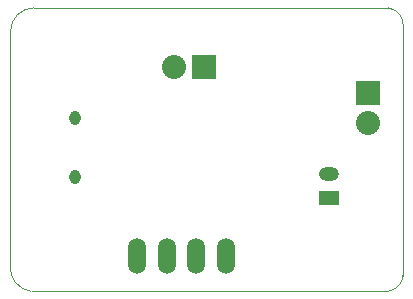
<source format=gbr>
G04 #@! TF.FileFunction,Soldermask,Bot*
%FSLAX46Y46*%
G04 Gerber Fmt 4.6, Leading zero omitted, Abs format (unit mm)*
G04 Created by KiCad (PCBNEW 4.0.1-stable) date 12/17/2015 10:37:29 AM*
%MOMM*%
G01*
G04 APERTURE LIST*
%ADD10C,0.100000*%
%ADD11O,1.506220X3.014980*%
%ADD12O,0.950000X1.250000*%
%ADD13R,1.700000X1.200000*%
%ADD14O,1.700000X1.200000*%
%ADD15R,2.032000X2.032000*%
%ADD16O,2.032000X2.032000*%
G04 APERTURE END LIST*
D10*
X152750000Y-119650000D02*
X152750000Y-120200000D01*
X152750000Y-98950000D02*
X152700000Y-98950000D01*
X152750000Y-119800000D02*
X152750000Y-98950000D01*
X121300000Y-121500000D02*
X151500000Y-121500000D01*
X119500000Y-119300000D02*
X119500000Y-99500000D01*
X121500000Y-97500000D02*
X151500000Y-97500000D01*
X152750000Y-99250000D02*
G75*
G03X151500000Y-97500000I-1500000J250000D01*
G01*
X151500000Y-121500000D02*
G75*
G03X152750000Y-119750000I-250000J1500000D01*
G01*
X119500000Y-119250000D02*
G75*
G03X121250000Y-121500000I2000000J-250000D01*
G01*
X121500000Y-97500000D02*
G75*
G03X119500000Y-99500000I0J-2000000D01*
G01*
D11*
X135230000Y-118500000D03*
X137770000Y-118500000D03*
X130230000Y-118500000D03*
X132770000Y-118500000D03*
D12*
X125000000Y-106800000D03*
X125000000Y-111800000D03*
D13*
X146500000Y-113600000D03*
D14*
X146500000Y-111600000D03*
D15*
X149800000Y-104700000D03*
D16*
X149800000Y-107240000D03*
D15*
X135900000Y-102550000D03*
D16*
X133360000Y-102550000D03*
M02*

</source>
